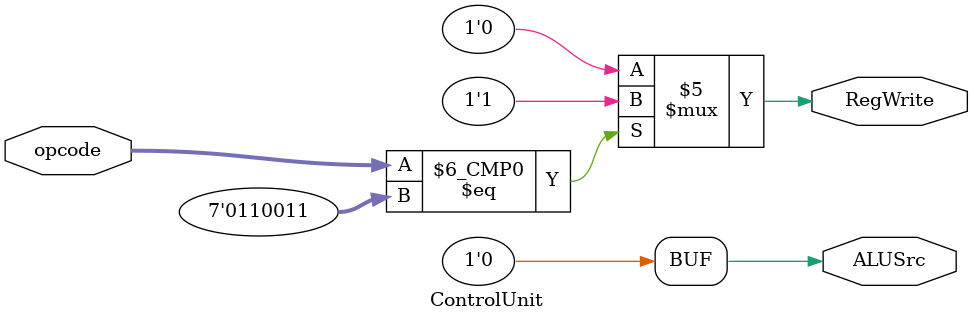
<source format=v>
module ControlUnit (
    input [6:0] opcode,
    output reg RegWrite, ALUSrc
);
    always @(*) begin
        case (opcode)
            7'b0110011: begin // R-type
                RegWrite = 1;
                ALUSrc = 0;
            end
            default: begin
                RegWrite = 0;
                ALUSrc = 0;
            end
        endcase
    end
endmodule

</source>
